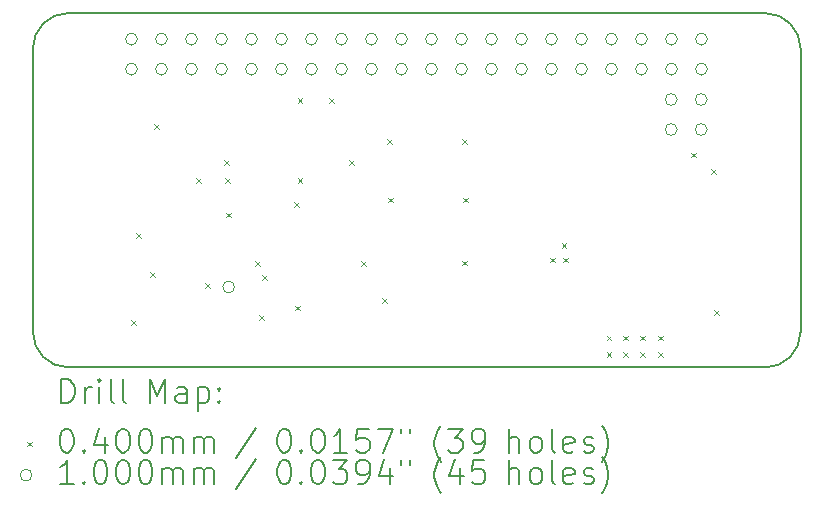
<source format=gbr>
%TF.GenerationSoftware,KiCad,Pcbnew,(7.0.0)*%
%TF.CreationDate,2023-08-14T16:39:57+01:00*%
%TF.ProjectId,DevKit2022-Kicad7,4465764b-6974-4323-9032-322d4b696361,v1.0*%
%TF.SameCoordinates,Original*%
%TF.FileFunction,Drillmap*%
%TF.FilePolarity,Positive*%
%FSLAX45Y45*%
G04 Gerber Fmt 4.5, Leading zero omitted, Abs format (unit mm)*
G04 Created by KiCad (PCBNEW (7.0.0)) date 2023-08-14 16:39:57*
%MOMM*%
%LPD*%
G01*
G04 APERTURE LIST*
%ADD10C,0.150000*%
%ADD11C,0.200000*%
%ADD12C,0.040000*%
%ADD13C,0.100000*%
G04 APERTURE END LIST*
D10*
X20844000Y-10448200D02*
G75*
G03*
X20544000Y-10148200I-300000J0D01*
G01*
X14344000Y-12848200D02*
G75*
G03*
X14644000Y-13148200I300000J0D01*
G01*
X14644000Y-10148200D02*
G75*
G03*
X14344000Y-10448200I0J-300000D01*
G01*
X14344000Y-12848200D02*
X14344000Y-10448200D01*
X14644000Y-10148200D02*
X20544000Y-10148200D01*
X20844000Y-10448200D02*
X20844000Y-12848200D01*
X20544000Y-13148200D02*
G75*
G03*
X20844000Y-12848200I0J300000D01*
G01*
X20494000Y-13148200D02*
X20544000Y-13148200D01*
X14694000Y-13148200D02*
X20494000Y-13148200D01*
X14694000Y-13148200D02*
X14644000Y-13148200D01*
D11*
D12*
X15175650Y-12745150D02*
X15215650Y-12785150D01*
X15215650Y-12745150D02*
X15175650Y-12785150D01*
X15220100Y-12008550D02*
X15260100Y-12048550D01*
X15260100Y-12008550D02*
X15220100Y-12048550D01*
X15334400Y-12338750D02*
X15374400Y-12378750D01*
X15374400Y-12338750D02*
X15334400Y-12378750D01*
X15372500Y-11087800D02*
X15412500Y-11127800D01*
X15412500Y-11087800D02*
X15372500Y-11127800D01*
X15728100Y-11545000D02*
X15768100Y-11585000D01*
X15768100Y-11545000D02*
X15728100Y-11585000D01*
X15804300Y-12434000D02*
X15844300Y-12474000D01*
X15844300Y-12434000D02*
X15804300Y-12474000D01*
X15963050Y-11392600D02*
X16003050Y-11432600D01*
X16003050Y-11392600D02*
X15963050Y-11432600D01*
X15969400Y-11545000D02*
X16009400Y-11585000D01*
X16009400Y-11545000D02*
X15969400Y-11585000D01*
X15982100Y-11837100D02*
X16022100Y-11877100D01*
X16022100Y-11837100D02*
X15982100Y-11877100D01*
X16223400Y-12249850D02*
X16263400Y-12289850D01*
X16263400Y-12249850D02*
X16223400Y-12289850D01*
X16261500Y-12707050D02*
X16301500Y-12747050D01*
X16301500Y-12707050D02*
X16261500Y-12747050D01*
X16286900Y-12364150D02*
X16326900Y-12404150D01*
X16326900Y-12364150D02*
X16286900Y-12404150D01*
X16553600Y-11748200D02*
X16593600Y-11788200D01*
X16593600Y-11748200D02*
X16553600Y-11788200D01*
X16566300Y-12624500D02*
X16606300Y-12664500D01*
X16606300Y-12624500D02*
X16566300Y-12664500D01*
X16584841Y-10866059D02*
X16624841Y-10906059D01*
X16624841Y-10866059D02*
X16584841Y-10906059D01*
X16584841Y-11545000D02*
X16624841Y-11585000D01*
X16624841Y-11545000D02*
X16584841Y-11585000D01*
X16852559Y-10866059D02*
X16892559Y-10906059D01*
X16892559Y-10866059D02*
X16852559Y-10906059D01*
X17023500Y-11392600D02*
X17063500Y-11432600D01*
X17063500Y-11392600D02*
X17023500Y-11432600D01*
X17125100Y-12249850D02*
X17165100Y-12289850D01*
X17165100Y-12249850D02*
X17125100Y-12289850D01*
X17302900Y-12561000D02*
X17342900Y-12601000D01*
X17342900Y-12561000D02*
X17302900Y-12601000D01*
X17341000Y-11214800D02*
X17381000Y-11254800D01*
X17381000Y-11214800D02*
X17341000Y-11254800D01*
X17353700Y-11710100D02*
X17393700Y-11750100D01*
X17393700Y-11710100D02*
X17353700Y-11750100D01*
X17976000Y-11214800D02*
X18016000Y-11254800D01*
X18016000Y-11214800D02*
X17976000Y-11254800D01*
X17976000Y-12243500D02*
X18016000Y-12283500D01*
X18016000Y-12243500D02*
X17976000Y-12283500D01*
X17988700Y-11710100D02*
X18028700Y-11750100D01*
X18028700Y-11710100D02*
X17988700Y-11750100D01*
X18725300Y-12218100D02*
X18765300Y-12258100D01*
X18765300Y-12218100D02*
X18725300Y-12258100D01*
X18820550Y-12097450D02*
X18860550Y-12137450D01*
X18860550Y-12097450D02*
X18820550Y-12137450D01*
X18833250Y-12218100D02*
X18873250Y-12258100D01*
X18873250Y-12218100D02*
X18833250Y-12258100D01*
X19201550Y-12878500D02*
X19241550Y-12918500D01*
X19241550Y-12878500D02*
X19201550Y-12918500D01*
X19201550Y-13018200D02*
X19241550Y-13058200D01*
X19241550Y-13018200D02*
X19201550Y-13058200D01*
X19341250Y-12878500D02*
X19381250Y-12918500D01*
X19381250Y-12878500D02*
X19341250Y-12918500D01*
X19341250Y-13018200D02*
X19381250Y-13058200D01*
X19381250Y-13018200D02*
X19341250Y-13058200D01*
X19487300Y-12878500D02*
X19527300Y-12918500D01*
X19527300Y-12878500D02*
X19487300Y-12918500D01*
X19487300Y-13018200D02*
X19527300Y-13058200D01*
X19527300Y-13018200D02*
X19487300Y-13058200D01*
X19639700Y-12878500D02*
X19679700Y-12918500D01*
X19679700Y-12878500D02*
X19639700Y-12918500D01*
X19639700Y-13018200D02*
X19679700Y-13058200D01*
X19679700Y-13018200D02*
X19639700Y-13058200D01*
X19919100Y-11329100D02*
X19959100Y-11369100D01*
X19959100Y-11329100D02*
X19919100Y-11369100D01*
X20084200Y-11468800D02*
X20124200Y-11508800D01*
X20124200Y-11468800D02*
X20084200Y-11508800D01*
X20109600Y-12662600D02*
X20149600Y-12702600D01*
X20149600Y-12662600D02*
X20109600Y-12702600D01*
D13*
X15229140Y-10368660D02*
G75*
G03*
X15229140Y-10368660I-50000J0D01*
G01*
X15229140Y-10622660D02*
G75*
G03*
X15229140Y-10622660I-50000J0D01*
G01*
X15483140Y-10368660D02*
G75*
G03*
X15483140Y-10368660I-50000J0D01*
G01*
X15483140Y-10622660D02*
G75*
G03*
X15483140Y-10622660I-50000J0D01*
G01*
X15737140Y-10368660D02*
G75*
G03*
X15737140Y-10368660I-50000J0D01*
G01*
X15737140Y-10622660D02*
G75*
G03*
X15737140Y-10622660I-50000J0D01*
G01*
X15991140Y-10368660D02*
G75*
G03*
X15991140Y-10368660I-50000J0D01*
G01*
X15991140Y-10622660D02*
G75*
G03*
X15991140Y-10622660I-50000J0D01*
G01*
X16052100Y-12466700D02*
G75*
G03*
X16052100Y-12466700I-50000J0D01*
G01*
X16245140Y-10368660D02*
G75*
G03*
X16245140Y-10368660I-50000J0D01*
G01*
X16245140Y-10622660D02*
G75*
G03*
X16245140Y-10622660I-50000J0D01*
G01*
X16499140Y-10368660D02*
G75*
G03*
X16499140Y-10368660I-50000J0D01*
G01*
X16499140Y-10622660D02*
G75*
G03*
X16499140Y-10622660I-50000J0D01*
G01*
X16753140Y-10368660D02*
G75*
G03*
X16753140Y-10368660I-50000J0D01*
G01*
X16753140Y-10622660D02*
G75*
G03*
X16753140Y-10622660I-50000J0D01*
G01*
X17007140Y-10368660D02*
G75*
G03*
X17007140Y-10368660I-50000J0D01*
G01*
X17007140Y-10622660D02*
G75*
G03*
X17007140Y-10622660I-50000J0D01*
G01*
X17261140Y-10368660D02*
G75*
G03*
X17261140Y-10368660I-50000J0D01*
G01*
X17261140Y-10622660D02*
G75*
G03*
X17261140Y-10622660I-50000J0D01*
G01*
X17515140Y-10368660D02*
G75*
G03*
X17515140Y-10368660I-50000J0D01*
G01*
X17515140Y-10622660D02*
G75*
G03*
X17515140Y-10622660I-50000J0D01*
G01*
X17769140Y-10368660D02*
G75*
G03*
X17769140Y-10368660I-50000J0D01*
G01*
X17769140Y-10622660D02*
G75*
G03*
X17769140Y-10622660I-50000J0D01*
G01*
X18023140Y-10368660D02*
G75*
G03*
X18023140Y-10368660I-50000J0D01*
G01*
X18023140Y-10622660D02*
G75*
G03*
X18023140Y-10622660I-50000J0D01*
G01*
X18277140Y-10368660D02*
G75*
G03*
X18277140Y-10368660I-50000J0D01*
G01*
X18277140Y-10622660D02*
G75*
G03*
X18277140Y-10622660I-50000J0D01*
G01*
X18531140Y-10368660D02*
G75*
G03*
X18531140Y-10368660I-50000J0D01*
G01*
X18531140Y-10622660D02*
G75*
G03*
X18531140Y-10622660I-50000J0D01*
G01*
X18785140Y-10368660D02*
G75*
G03*
X18785140Y-10368660I-50000J0D01*
G01*
X18785140Y-10622660D02*
G75*
G03*
X18785140Y-10622660I-50000J0D01*
G01*
X19039140Y-10368660D02*
G75*
G03*
X19039140Y-10368660I-50000J0D01*
G01*
X19039140Y-10622660D02*
G75*
G03*
X19039140Y-10622660I-50000J0D01*
G01*
X19293140Y-10368660D02*
G75*
G03*
X19293140Y-10368660I-50000J0D01*
G01*
X19293140Y-10622660D02*
G75*
G03*
X19293140Y-10622660I-50000J0D01*
G01*
X19547140Y-10368660D02*
G75*
G03*
X19547140Y-10368660I-50000J0D01*
G01*
X19547140Y-10622660D02*
G75*
G03*
X19547140Y-10622660I-50000J0D01*
G01*
X19798600Y-10879200D02*
G75*
G03*
X19798600Y-10879200I-50000J0D01*
G01*
X19798600Y-11133200D02*
G75*
G03*
X19798600Y-11133200I-50000J0D01*
G01*
X19801140Y-10368660D02*
G75*
G03*
X19801140Y-10368660I-50000J0D01*
G01*
X19801140Y-10622660D02*
G75*
G03*
X19801140Y-10622660I-50000J0D01*
G01*
X20052600Y-10879200D02*
G75*
G03*
X20052600Y-10879200I-50000J0D01*
G01*
X20052600Y-11133200D02*
G75*
G03*
X20052600Y-11133200I-50000J0D01*
G01*
X20055140Y-10368660D02*
G75*
G03*
X20055140Y-10368660I-50000J0D01*
G01*
X20055140Y-10622660D02*
G75*
G03*
X20055140Y-10622660I-50000J0D01*
G01*
D11*
X14584119Y-13449176D02*
X14584119Y-13249176D01*
X14584119Y-13249176D02*
X14631738Y-13249176D01*
X14631738Y-13249176D02*
X14660309Y-13258700D01*
X14660309Y-13258700D02*
X14679357Y-13277748D01*
X14679357Y-13277748D02*
X14688881Y-13296795D01*
X14688881Y-13296795D02*
X14698405Y-13334890D01*
X14698405Y-13334890D02*
X14698405Y-13363462D01*
X14698405Y-13363462D02*
X14688881Y-13401557D01*
X14688881Y-13401557D02*
X14679357Y-13420605D01*
X14679357Y-13420605D02*
X14660309Y-13439652D01*
X14660309Y-13439652D02*
X14631738Y-13449176D01*
X14631738Y-13449176D02*
X14584119Y-13449176D01*
X14784119Y-13449176D02*
X14784119Y-13315843D01*
X14784119Y-13353938D02*
X14793643Y-13334890D01*
X14793643Y-13334890D02*
X14803167Y-13325367D01*
X14803167Y-13325367D02*
X14822214Y-13315843D01*
X14822214Y-13315843D02*
X14841262Y-13315843D01*
X14907928Y-13449176D02*
X14907928Y-13315843D01*
X14907928Y-13249176D02*
X14898405Y-13258700D01*
X14898405Y-13258700D02*
X14907928Y-13268224D01*
X14907928Y-13268224D02*
X14917452Y-13258700D01*
X14917452Y-13258700D02*
X14907928Y-13249176D01*
X14907928Y-13249176D02*
X14907928Y-13268224D01*
X15031738Y-13449176D02*
X15012690Y-13439652D01*
X15012690Y-13439652D02*
X15003167Y-13420605D01*
X15003167Y-13420605D02*
X15003167Y-13249176D01*
X15136500Y-13449176D02*
X15117452Y-13439652D01*
X15117452Y-13439652D02*
X15107928Y-13420605D01*
X15107928Y-13420605D02*
X15107928Y-13249176D01*
X15332690Y-13449176D02*
X15332690Y-13249176D01*
X15332690Y-13249176D02*
X15399357Y-13392033D01*
X15399357Y-13392033D02*
X15466024Y-13249176D01*
X15466024Y-13249176D02*
X15466024Y-13449176D01*
X15646976Y-13449176D02*
X15646976Y-13344414D01*
X15646976Y-13344414D02*
X15637452Y-13325367D01*
X15637452Y-13325367D02*
X15618405Y-13315843D01*
X15618405Y-13315843D02*
X15580309Y-13315843D01*
X15580309Y-13315843D02*
X15561262Y-13325367D01*
X15646976Y-13439652D02*
X15627928Y-13449176D01*
X15627928Y-13449176D02*
X15580309Y-13449176D01*
X15580309Y-13449176D02*
X15561262Y-13439652D01*
X15561262Y-13439652D02*
X15551738Y-13420605D01*
X15551738Y-13420605D02*
X15551738Y-13401557D01*
X15551738Y-13401557D02*
X15561262Y-13382509D01*
X15561262Y-13382509D02*
X15580309Y-13372986D01*
X15580309Y-13372986D02*
X15627928Y-13372986D01*
X15627928Y-13372986D02*
X15646976Y-13363462D01*
X15742214Y-13315843D02*
X15742214Y-13515843D01*
X15742214Y-13325367D02*
X15761262Y-13315843D01*
X15761262Y-13315843D02*
X15799357Y-13315843D01*
X15799357Y-13315843D02*
X15818405Y-13325367D01*
X15818405Y-13325367D02*
X15827928Y-13334890D01*
X15827928Y-13334890D02*
X15837452Y-13353938D01*
X15837452Y-13353938D02*
X15837452Y-13411081D01*
X15837452Y-13411081D02*
X15827928Y-13430128D01*
X15827928Y-13430128D02*
X15818405Y-13439652D01*
X15818405Y-13439652D02*
X15799357Y-13449176D01*
X15799357Y-13449176D02*
X15761262Y-13449176D01*
X15761262Y-13449176D02*
X15742214Y-13439652D01*
X15923167Y-13430128D02*
X15932690Y-13439652D01*
X15932690Y-13439652D02*
X15923167Y-13449176D01*
X15923167Y-13449176D02*
X15913643Y-13439652D01*
X15913643Y-13439652D02*
X15923167Y-13430128D01*
X15923167Y-13430128D02*
X15923167Y-13449176D01*
X15923167Y-13325367D02*
X15932690Y-13334890D01*
X15932690Y-13334890D02*
X15923167Y-13344414D01*
X15923167Y-13344414D02*
X15913643Y-13334890D01*
X15913643Y-13334890D02*
X15923167Y-13325367D01*
X15923167Y-13325367D02*
X15923167Y-13344414D01*
D12*
X14296500Y-13775700D02*
X14336500Y-13815700D01*
X14336500Y-13775700D02*
X14296500Y-13815700D01*
D11*
X14622214Y-13669176D02*
X14641262Y-13669176D01*
X14641262Y-13669176D02*
X14660309Y-13678700D01*
X14660309Y-13678700D02*
X14669833Y-13688224D01*
X14669833Y-13688224D02*
X14679357Y-13707271D01*
X14679357Y-13707271D02*
X14688881Y-13745367D01*
X14688881Y-13745367D02*
X14688881Y-13792986D01*
X14688881Y-13792986D02*
X14679357Y-13831081D01*
X14679357Y-13831081D02*
X14669833Y-13850128D01*
X14669833Y-13850128D02*
X14660309Y-13859652D01*
X14660309Y-13859652D02*
X14641262Y-13869176D01*
X14641262Y-13869176D02*
X14622214Y-13869176D01*
X14622214Y-13869176D02*
X14603167Y-13859652D01*
X14603167Y-13859652D02*
X14593643Y-13850128D01*
X14593643Y-13850128D02*
X14584119Y-13831081D01*
X14584119Y-13831081D02*
X14574595Y-13792986D01*
X14574595Y-13792986D02*
X14574595Y-13745367D01*
X14574595Y-13745367D02*
X14584119Y-13707271D01*
X14584119Y-13707271D02*
X14593643Y-13688224D01*
X14593643Y-13688224D02*
X14603167Y-13678700D01*
X14603167Y-13678700D02*
X14622214Y-13669176D01*
X14774595Y-13850128D02*
X14784119Y-13859652D01*
X14784119Y-13859652D02*
X14774595Y-13869176D01*
X14774595Y-13869176D02*
X14765071Y-13859652D01*
X14765071Y-13859652D02*
X14774595Y-13850128D01*
X14774595Y-13850128D02*
X14774595Y-13869176D01*
X14955548Y-13735843D02*
X14955548Y-13869176D01*
X14907928Y-13659652D02*
X14860309Y-13802509D01*
X14860309Y-13802509D02*
X14984119Y-13802509D01*
X15098405Y-13669176D02*
X15117452Y-13669176D01*
X15117452Y-13669176D02*
X15136500Y-13678700D01*
X15136500Y-13678700D02*
X15146024Y-13688224D01*
X15146024Y-13688224D02*
X15155548Y-13707271D01*
X15155548Y-13707271D02*
X15165071Y-13745367D01*
X15165071Y-13745367D02*
X15165071Y-13792986D01*
X15165071Y-13792986D02*
X15155548Y-13831081D01*
X15155548Y-13831081D02*
X15146024Y-13850128D01*
X15146024Y-13850128D02*
X15136500Y-13859652D01*
X15136500Y-13859652D02*
X15117452Y-13869176D01*
X15117452Y-13869176D02*
X15098405Y-13869176D01*
X15098405Y-13869176D02*
X15079357Y-13859652D01*
X15079357Y-13859652D02*
X15069833Y-13850128D01*
X15069833Y-13850128D02*
X15060309Y-13831081D01*
X15060309Y-13831081D02*
X15050786Y-13792986D01*
X15050786Y-13792986D02*
X15050786Y-13745367D01*
X15050786Y-13745367D02*
X15060309Y-13707271D01*
X15060309Y-13707271D02*
X15069833Y-13688224D01*
X15069833Y-13688224D02*
X15079357Y-13678700D01*
X15079357Y-13678700D02*
X15098405Y-13669176D01*
X15288881Y-13669176D02*
X15307929Y-13669176D01*
X15307929Y-13669176D02*
X15326976Y-13678700D01*
X15326976Y-13678700D02*
X15336500Y-13688224D01*
X15336500Y-13688224D02*
X15346024Y-13707271D01*
X15346024Y-13707271D02*
X15355548Y-13745367D01*
X15355548Y-13745367D02*
X15355548Y-13792986D01*
X15355548Y-13792986D02*
X15346024Y-13831081D01*
X15346024Y-13831081D02*
X15336500Y-13850128D01*
X15336500Y-13850128D02*
X15326976Y-13859652D01*
X15326976Y-13859652D02*
X15307929Y-13869176D01*
X15307929Y-13869176D02*
X15288881Y-13869176D01*
X15288881Y-13869176D02*
X15269833Y-13859652D01*
X15269833Y-13859652D02*
X15260309Y-13850128D01*
X15260309Y-13850128D02*
X15250786Y-13831081D01*
X15250786Y-13831081D02*
X15241262Y-13792986D01*
X15241262Y-13792986D02*
X15241262Y-13745367D01*
X15241262Y-13745367D02*
X15250786Y-13707271D01*
X15250786Y-13707271D02*
X15260309Y-13688224D01*
X15260309Y-13688224D02*
X15269833Y-13678700D01*
X15269833Y-13678700D02*
X15288881Y-13669176D01*
X15441262Y-13869176D02*
X15441262Y-13735843D01*
X15441262Y-13754890D02*
X15450786Y-13745367D01*
X15450786Y-13745367D02*
X15469833Y-13735843D01*
X15469833Y-13735843D02*
X15498405Y-13735843D01*
X15498405Y-13735843D02*
X15517452Y-13745367D01*
X15517452Y-13745367D02*
X15526976Y-13764414D01*
X15526976Y-13764414D02*
X15526976Y-13869176D01*
X15526976Y-13764414D02*
X15536500Y-13745367D01*
X15536500Y-13745367D02*
X15555548Y-13735843D01*
X15555548Y-13735843D02*
X15584119Y-13735843D01*
X15584119Y-13735843D02*
X15603167Y-13745367D01*
X15603167Y-13745367D02*
X15612690Y-13764414D01*
X15612690Y-13764414D02*
X15612690Y-13869176D01*
X15707929Y-13869176D02*
X15707929Y-13735843D01*
X15707929Y-13754890D02*
X15717452Y-13745367D01*
X15717452Y-13745367D02*
X15736500Y-13735843D01*
X15736500Y-13735843D02*
X15765071Y-13735843D01*
X15765071Y-13735843D02*
X15784119Y-13745367D01*
X15784119Y-13745367D02*
X15793643Y-13764414D01*
X15793643Y-13764414D02*
X15793643Y-13869176D01*
X15793643Y-13764414D02*
X15803167Y-13745367D01*
X15803167Y-13745367D02*
X15822214Y-13735843D01*
X15822214Y-13735843D02*
X15850786Y-13735843D01*
X15850786Y-13735843D02*
X15869833Y-13745367D01*
X15869833Y-13745367D02*
X15879357Y-13764414D01*
X15879357Y-13764414D02*
X15879357Y-13869176D01*
X16237452Y-13659652D02*
X16066024Y-13916795D01*
X16462214Y-13669176D02*
X16481262Y-13669176D01*
X16481262Y-13669176D02*
X16500310Y-13678700D01*
X16500310Y-13678700D02*
X16509833Y-13688224D01*
X16509833Y-13688224D02*
X16519357Y-13707271D01*
X16519357Y-13707271D02*
X16528881Y-13745367D01*
X16528881Y-13745367D02*
X16528881Y-13792986D01*
X16528881Y-13792986D02*
X16519357Y-13831081D01*
X16519357Y-13831081D02*
X16509833Y-13850128D01*
X16509833Y-13850128D02*
X16500310Y-13859652D01*
X16500310Y-13859652D02*
X16481262Y-13869176D01*
X16481262Y-13869176D02*
X16462214Y-13869176D01*
X16462214Y-13869176D02*
X16443167Y-13859652D01*
X16443167Y-13859652D02*
X16433643Y-13850128D01*
X16433643Y-13850128D02*
X16424119Y-13831081D01*
X16424119Y-13831081D02*
X16414595Y-13792986D01*
X16414595Y-13792986D02*
X16414595Y-13745367D01*
X16414595Y-13745367D02*
X16424119Y-13707271D01*
X16424119Y-13707271D02*
X16433643Y-13688224D01*
X16433643Y-13688224D02*
X16443167Y-13678700D01*
X16443167Y-13678700D02*
X16462214Y-13669176D01*
X16614595Y-13850128D02*
X16624119Y-13859652D01*
X16624119Y-13859652D02*
X16614595Y-13869176D01*
X16614595Y-13869176D02*
X16605071Y-13859652D01*
X16605071Y-13859652D02*
X16614595Y-13850128D01*
X16614595Y-13850128D02*
X16614595Y-13869176D01*
X16747929Y-13669176D02*
X16766976Y-13669176D01*
X16766976Y-13669176D02*
X16786024Y-13678700D01*
X16786024Y-13678700D02*
X16795548Y-13688224D01*
X16795548Y-13688224D02*
X16805072Y-13707271D01*
X16805072Y-13707271D02*
X16814595Y-13745367D01*
X16814595Y-13745367D02*
X16814595Y-13792986D01*
X16814595Y-13792986D02*
X16805072Y-13831081D01*
X16805072Y-13831081D02*
X16795548Y-13850128D01*
X16795548Y-13850128D02*
X16786024Y-13859652D01*
X16786024Y-13859652D02*
X16766976Y-13869176D01*
X16766976Y-13869176D02*
X16747929Y-13869176D01*
X16747929Y-13869176D02*
X16728881Y-13859652D01*
X16728881Y-13859652D02*
X16719357Y-13850128D01*
X16719357Y-13850128D02*
X16709833Y-13831081D01*
X16709833Y-13831081D02*
X16700310Y-13792986D01*
X16700310Y-13792986D02*
X16700310Y-13745367D01*
X16700310Y-13745367D02*
X16709833Y-13707271D01*
X16709833Y-13707271D02*
X16719357Y-13688224D01*
X16719357Y-13688224D02*
X16728881Y-13678700D01*
X16728881Y-13678700D02*
X16747929Y-13669176D01*
X17005072Y-13869176D02*
X16890786Y-13869176D01*
X16947929Y-13869176D02*
X16947929Y-13669176D01*
X16947929Y-13669176D02*
X16928881Y-13697748D01*
X16928881Y-13697748D02*
X16909833Y-13716795D01*
X16909833Y-13716795D02*
X16890786Y-13726319D01*
X17186024Y-13669176D02*
X17090786Y-13669176D01*
X17090786Y-13669176D02*
X17081262Y-13764414D01*
X17081262Y-13764414D02*
X17090786Y-13754890D01*
X17090786Y-13754890D02*
X17109833Y-13745367D01*
X17109833Y-13745367D02*
X17157453Y-13745367D01*
X17157453Y-13745367D02*
X17176500Y-13754890D01*
X17176500Y-13754890D02*
X17186024Y-13764414D01*
X17186024Y-13764414D02*
X17195548Y-13783462D01*
X17195548Y-13783462D02*
X17195548Y-13831081D01*
X17195548Y-13831081D02*
X17186024Y-13850128D01*
X17186024Y-13850128D02*
X17176500Y-13859652D01*
X17176500Y-13859652D02*
X17157453Y-13869176D01*
X17157453Y-13869176D02*
X17109833Y-13869176D01*
X17109833Y-13869176D02*
X17090786Y-13859652D01*
X17090786Y-13859652D02*
X17081262Y-13850128D01*
X17262214Y-13669176D02*
X17395548Y-13669176D01*
X17395548Y-13669176D02*
X17309833Y-13869176D01*
X17462214Y-13669176D02*
X17462214Y-13707271D01*
X17538405Y-13669176D02*
X17538405Y-13707271D01*
X17801262Y-13945367D02*
X17791738Y-13935843D01*
X17791738Y-13935843D02*
X17772691Y-13907271D01*
X17772691Y-13907271D02*
X17763167Y-13888224D01*
X17763167Y-13888224D02*
X17753643Y-13859652D01*
X17753643Y-13859652D02*
X17744119Y-13812033D01*
X17744119Y-13812033D02*
X17744119Y-13773938D01*
X17744119Y-13773938D02*
X17753643Y-13726319D01*
X17753643Y-13726319D02*
X17763167Y-13697748D01*
X17763167Y-13697748D02*
X17772691Y-13678700D01*
X17772691Y-13678700D02*
X17791738Y-13650128D01*
X17791738Y-13650128D02*
X17801262Y-13640605D01*
X17858405Y-13669176D02*
X17982214Y-13669176D01*
X17982214Y-13669176D02*
X17915548Y-13745367D01*
X17915548Y-13745367D02*
X17944119Y-13745367D01*
X17944119Y-13745367D02*
X17963167Y-13754890D01*
X17963167Y-13754890D02*
X17972691Y-13764414D01*
X17972691Y-13764414D02*
X17982214Y-13783462D01*
X17982214Y-13783462D02*
X17982214Y-13831081D01*
X17982214Y-13831081D02*
X17972691Y-13850128D01*
X17972691Y-13850128D02*
X17963167Y-13859652D01*
X17963167Y-13859652D02*
X17944119Y-13869176D01*
X17944119Y-13869176D02*
X17886976Y-13869176D01*
X17886976Y-13869176D02*
X17867929Y-13859652D01*
X17867929Y-13859652D02*
X17858405Y-13850128D01*
X18077453Y-13869176D02*
X18115548Y-13869176D01*
X18115548Y-13869176D02*
X18134595Y-13859652D01*
X18134595Y-13859652D02*
X18144119Y-13850128D01*
X18144119Y-13850128D02*
X18163167Y-13821557D01*
X18163167Y-13821557D02*
X18172691Y-13783462D01*
X18172691Y-13783462D02*
X18172691Y-13707271D01*
X18172691Y-13707271D02*
X18163167Y-13688224D01*
X18163167Y-13688224D02*
X18153643Y-13678700D01*
X18153643Y-13678700D02*
X18134595Y-13669176D01*
X18134595Y-13669176D02*
X18096500Y-13669176D01*
X18096500Y-13669176D02*
X18077453Y-13678700D01*
X18077453Y-13678700D02*
X18067929Y-13688224D01*
X18067929Y-13688224D02*
X18058405Y-13707271D01*
X18058405Y-13707271D02*
X18058405Y-13754890D01*
X18058405Y-13754890D02*
X18067929Y-13773938D01*
X18067929Y-13773938D02*
X18077453Y-13783462D01*
X18077453Y-13783462D02*
X18096500Y-13792986D01*
X18096500Y-13792986D02*
X18134595Y-13792986D01*
X18134595Y-13792986D02*
X18153643Y-13783462D01*
X18153643Y-13783462D02*
X18163167Y-13773938D01*
X18163167Y-13773938D02*
X18172691Y-13754890D01*
X18378405Y-13869176D02*
X18378405Y-13669176D01*
X18464119Y-13869176D02*
X18464119Y-13764414D01*
X18464119Y-13764414D02*
X18454595Y-13745367D01*
X18454595Y-13745367D02*
X18435548Y-13735843D01*
X18435548Y-13735843D02*
X18406976Y-13735843D01*
X18406976Y-13735843D02*
X18387929Y-13745367D01*
X18387929Y-13745367D02*
X18378405Y-13754890D01*
X18587929Y-13869176D02*
X18568881Y-13859652D01*
X18568881Y-13859652D02*
X18559357Y-13850128D01*
X18559357Y-13850128D02*
X18549834Y-13831081D01*
X18549834Y-13831081D02*
X18549834Y-13773938D01*
X18549834Y-13773938D02*
X18559357Y-13754890D01*
X18559357Y-13754890D02*
X18568881Y-13745367D01*
X18568881Y-13745367D02*
X18587929Y-13735843D01*
X18587929Y-13735843D02*
X18616500Y-13735843D01*
X18616500Y-13735843D02*
X18635548Y-13745367D01*
X18635548Y-13745367D02*
X18645072Y-13754890D01*
X18645072Y-13754890D02*
X18654595Y-13773938D01*
X18654595Y-13773938D02*
X18654595Y-13831081D01*
X18654595Y-13831081D02*
X18645072Y-13850128D01*
X18645072Y-13850128D02*
X18635548Y-13859652D01*
X18635548Y-13859652D02*
X18616500Y-13869176D01*
X18616500Y-13869176D02*
X18587929Y-13869176D01*
X18768881Y-13869176D02*
X18749834Y-13859652D01*
X18749834Y-13859652D02*
X18740310Y-13840605D01*
X18740310Y-13840605D02*
X18740310Y-13669176D01*
X18921262Y-13859652D02*
X18902215Y-13869176D01*
X18902215Y-13869176D02*
X18864119Y-13869176D01*
X18864119Y-13869176D02*
X18845072Y-13859652D01*
X18845072Y-13859652D02*
X18835548Y-13840605D01*
X18835548Y-13840605D02*
X18835548Y-13764414D01*
X18835548Y-13764414D02*
X18845072Y-13745367D01*
X18845072Y-13745367D02*
X18864119Y-13735843D01*
X18864119Y-13735843D02*
X18902215Y-13735843D01*
X18902215Y-13735843D02*
X18921262Y-13745367D01*
X18921262Y-13745367D02*
X18930786Y-13764414D01*
X18930786Y-13764414D02*
X18930786Y-13783462D01*
X18930786Y-13783462D02*
X18835548Y-13802509D01*
X19006976Y-13859652D02*
X19026024Y-13869176D01*
X19026024Y-13869176D02*
X19064119Y-13869176D01*
X19064119Y-13869176D02*
X19083167Y-13859652D01*
X19083167Y-13859652D02*
X19092691Y-13840605D01*
X19092691Y-13840605D02*
X19092691Y-13831081D01*
X19092691Y-13831081D02*
X19083167Y-13812033D01*
X19083167Y-13812033D02*
X19064119Y-13802509D01*
X19064119Y-13802509D02*
X19035548Y-13802509D01*
X19035548Y-13802509D02*
X19016500Y-13792986D01*
X19016500Y-13792986D02*
X19006976Y-13773938D01*
X19006976Y-13773938D02*
X19006976Y-13764414D01*
X19006976Y-13764414D02*
X19016500Y-13745367D01*
X19016500Y-13745367D02*
X19035548Y-13735843D01*
X19035548Y-13735843D02*
X19064119Y-13735843D01*
X19064119Y-13735843D02*
X19083167Y-13745367D01*
X19159357Y-13945367D02*
X19168881Y-13935843D01*
X19168881Y-13935843D02*
X19187929Y-13907271D01*
X19187929Y-13907271D02*
X19197453Y-13888224D01*
X19197453Y-13888224D02*
X19206976Y-13859652D01*
X19206976Y-13859652D02*
X19216500Y-13812033D01*
X19216500Y-13812033D02*
X19216500Y-13773938D01*
X19216500Y-13773938D02*
X19206976Y-13726319D01*
X19206976Y-13726319D02*
X19197453Y-13697748D01*
X19197453Y-13697748D02*
X19187929Y-13678700D01*
X19187929Y-13678700D02*
X19168881Y-13650128D01*
X19168881Y-13650128D02*
X19159357Y-13640605D01*
D13*
X14336500Y-14059700D02*
G75*
G03*
X14336500Y-14059700I-50000J0D01*
G01*
D11*
X14688881Y-14133176D02*
X14574595Y-14133176D01*
X14631738Y-14133176D02*
X14631738Y-13933176D01*
X14631738Y-13933176D02*
X14612690Y-13961748D01*
X14612690Y-13961748D02*
X14593643Y-13980795D01*
X14593643Y-13980795D02*
X14574595Y-13990319D01*
X14774595Y-14114128D02*
X14784119Y-14123652D01*
X14784119Y-14123652D02*
X14774595Y-14133176D01*
X14774595Y-14133176D02*
X14765071Y-14123652D01*
X14765071Y-14123652D02*
X14774595Y-14114128D01*
X14774595Y-14114128D02*
X14774595Y-14133176D01*
X14907928Y-13933176D02*
X14926976Y-13933176D01*
X14926976Y-13933176D02*
X14946024Y-13942700D01*
X14946024Y-13942700D02*
X14955548Y-13952224D01*
X14955548Y-13952224D02*
X14965071Y-13971271D01*
X14965071Y-13971271D02*
X14974595Y-14009367D01*
X14974595Y-14009367D02*
X14974595Y-14056986D01*
X14974595Y-14056986D02*
X14965071Y-14095081D01*
X14965071Y-14095081D02*
X14955548Y-14114128D01*
X14955548Y-14114128D02*
X14946024Y-14123652D01*
X14946024Y-14123652D02*
X14926976Y-14133176D01*
X14926976Y-14133176D02*
X14907928Y-14133176D01*
X14907928Y-14133176D02*
X14888881Y-14123652D01*
X14888881Y-14123652D02*
X14879357Y-14114128D01*
X14879357Y-14114128D02*
X14869833Y-14095081D01*
X14869833Y-14095081D02*
X14860309Y-14056986D01*
X14860309Y-14056986D02*
X14860309Y-14009367D01*
X14860309Y-14009367D02*
X14869833Y-13971271D01*
X14869833Y-13971271D02*
X14879357Y-13952224D01*
X14879357Y-13952224D02*
X14888881Y-13942700D01*
X14888881Y-13942700D02*
X14907928Y-13933176D01*
X15098405Y-13933176D02*
X15117452Y-13933176D01*
X15117452Y-13933176D02*
X15136500Y-13942700D01*
X15136500Y-13942700D02*
X15146024Y-13952224D01*
X15146024Y-13952224D02*
X15155548Y-13971271D01*
X15155548Y-13971271D02*
X15165071Y-14009367D01*
X15165071Y-14009367D02*
X15165071Y-14056986D01*
X15165071Y-14056986D02*
X15155548Y-14095081D01*
X15155548Y-14095081D02*
X15146024Y-14114128D01*
X15146024Y-14114128D02*
X15136500Y-14123652D01*
X15136500Y-14123652D02*
X15117452Y-14133176D01*
X15117452Y-14133176D02*
X15098405Y-14133176D01*
X15098405Y-14133176D02*
X15079357Y-14123652D01*
X15079357Y-14123652D02*
X15069833Y-14114128D01*
X15069833Y-14114128D02*
X15060309Y-14095081D01*
X15060309Y-14095081D02*
X15050786Y-14056986D01*
X15050786Y-14056986D02*
X15050786Y-14009367D01*
X15050786Y-14009367D02*
X15060309Y-13971271D01*
X15060309Y-13971271D02*
X15069833Y-13952224D01*
X15069833Y-13952224D02*
X15079357Y-13942700D01*
X15079357Y-13942700D02*
X15098405Y-13933176D01*
X15288881Y-13933176D02*
X15307929Y-13933176D01*
X15307929Y-13933176D02*
X15326976Y-13942700D01*
X15326976Y-13942700D02*
X15336500Y-13952224D01*
X15336500Y-13952224D02*
X15346024Y-13971271D01*
X15346024Y-13971271D02*
X15355548Y-14009367D01*
X15355548Y-14009367D02*
X15355548Y-14056986D01*
X15355548Y-14056986D02*
X15346024Y-14095081D01*
X15346024Y-14095081D02*
X15336500Y-14114128D01*
X15336500Y-14114128D02*
X15326976Y-14123652D01*
X15326976Y-14123652D02*
X15307929Y-14133176D01*
X15307929Y-14133176D02*
X15288881Y-14133176D01*
X15288881Y-14133176D02*
X15269833Y-14123652D01*
X15269833Y-14123652D02*
X15260309Y-14114128D01*
X15260309Y-14114128D02*
X15250786Y-14095081D01*
X15250786Y-14095081D02*
X15241262Y-14056986D01*
X15241262Y-14056986D02*
X15241262Y-14009367D01*
X15241262Y-14009367D02*
X15250786Y-13971271D01*
X15250786Y-13971271D02*
X15260309Y-13952224D01*
X15260309Y-13952224D02*
X15269833Y-13942700D01*
X15269833Y-13942700D02*
X15288881Y-13933176D01*
X15441262Y-14133176D02*
X15441262Y-13999843D01*
X15441262Y-14018890D02*
X15450786Y-14009367D01*
X15450786Y-14009367D02*
X15469833Y-13999843D01*
X15469833Y-13999843D02*
X15498405Y-13999843D01*
X15498405Y-13999843D02*
X15517452Y-14009367D01*
X15517452Y-14009367D02*
X15526976Y-14028414D01*
X15526976Y-14028414D02*
X15526976Y-14133176D01*
X15526976Y-14028414D02*
X15536500Y-14009367D01*
X15536500Y-14009367D02*
X15555548Y-13999843D01*
X15555548Y-13999843D02*
X15584119Y-13999843D01*
X15584119Y-13999843D02*
X15603167Y-14009367D01*
X15603167Y-14009367D02*
X15612690Y-14028414D01*
X15612690Y-14028414D02*
X15612690Y-14133176D01*
X15707929Y-14133176D02*
X15707929Y-13999843D01*
X15707929Y-14018890D02*
X15717452Y-14009367D01*
X15717452Y-14009367D02*
X15736500Y-13999843D01*
X15736500Y-13999843D02*
X15765071Y-13999843D01*
X15765071Y-13999843D02*
X15784119Y-14009367D01*
X15784119Y-14009367D02*
X15793643Y-14028414D01*
X15793643Y-14028414D02*
X15793643Y-14133176D01*
X15793643Y-14028414D02*
X15803167Y-14009367D01*
X15803167Y-14009367D02*
X15822214Y-13999843D01*
X15822214Y-13999843D02*
X15850786Y-13999843D01*
X15850786Y-13999843D02*
X15869833Y-14009367D01*
X15869833Y-14009367D02*
X15879357Y-14028414D01*
X15879357Y-14028414D02*
X15879357Y-14133176D01*
X16237452Y-13923652D02*
X16066024Y-14180795D01*
X16462214Y-13933176D02*
X16481262Y-13933176D01*
X16481262Y-13933176D02*
X16500310Y-13942700D01*
X16500310Y-13942700D02*
X16509833Y-13952224D01*
X16509833Y-13952224D02*
X16519357Y-13971271D01*
X16519357Y-13971271D02*
X16528881Y-14009367D01*
X16528881Y-14009367D02*
X16528881Y-14056986D01*
X16528881Y-14056986D02*
X16519357Y-14095081D01*
X16519357Y-14095081D02*
X16509833Y-14114128D01*
X16509833Y-14114128D02*
X16500310Y-14123652D01*
X16500310Y-14123652D02*
X16481262Y-14133176D01*
X16481262Y-14133176D02*
X16462214Y-14133176D01*
X16462214Y-14133176D02*
X16443167Y-14123652D01*
X16443167Y-14123652D02*
X16433643Y-14114128D01*
X16433643Y-14114128D02*
X16424119Y-14095081D01*
X16424119Y-14095081D02*
X16414595Y-14056986D01*
X16414595Y-14056986D02*
X16414595Y-14009367D01*
X16414595Y-14009367D02*
X16424119Y-13971271D01*
X16424119Y-13971271D02*
X16433643Y-13952224D01*
X16433643Y-13952224D02*
X16443167Y-13942700D01*
X16443167Y-13942700D02*
X16462214Y-13933176D01*
X16614595Y-14114128D02*
X16624119Y-14123652D01*
X16624119Y-14123652D02*
X16614595Y-14133176D01*
X16614595Y-14133176D02*
X16605071Y-14123652D01*
X16605071Y-14123652D02*
X16614595Y-14114128D01*
X16614595Y-14114128D02*
X16614595Y-14133176D01*
X16747929Y-13933176D02*
X16766976Y-13933176D01*
X16766976Y-13933176D02*
X16786024Y-13942700D01*
X16786024Y-13942700D02*
X16795548Y-13952224D01*
X16795548Y-13952224D02*
X16805072Y-13971271D01*
X16805072Y-13971271D02*
X16814595Y-14009367D01*
X16814595Y-14009367D02*
X16814595Y-14056986D01*
X16814595Y-14056986D02*
X16805072Y-14095081D01*
X16805072Y-14095081D02*
X16795548Y-14114128D01*
X16795548Y-14114128D02*
X16786024Y-14123652D01*
X16786024Y-14123652D02*
X16766976Y-14133176D01*
X16766976Y-14133176D02*
X16747929Y-14133176D01*
X16747929Y-14133176D02*
X16728881Y-14123652D01*
X16728881Y-14123652D02*
X16719357Y-14114128D01*
X16719357Y-14114128D02*
X16709833Y-14095081D01*
X16709833Y-14095081D02*
X16700310Y-14056986D01*
X16700310Y-14056986D02*
X16700310Y-14009367D01*
X16700310Y-14009367D02*
X16709833Y-13971271D01*
X16709833Y-13971271D02*
X16719357Y-13952224D01*
X16719357Y-13952224D02*
X16728881Y-13942700D01*
X16728881Y-13942700D02*
X16747929Y-13933176D01*
X16881262Y-13933176D02*
X17005072Y-13933176D01*
X17005072Y-13933176D02*
X16938405Y-14009367D01*
X16938405Y-14009367D02*
X16966976Y-14009367D01*
X16966976Y-14009367D02*
X16986024Y-14018890D01*
X16986024Y-14018890D02*
X16995548Y-14028414D01*
X16995548Y-14028414D02*
X17005072Y-14047462D01*
X17005072Y-14047462D02*
X17005072Y-14095081D01*
X17005072Y-14095081D02*
X16995548Y-14114128D01*
X16995548Y-14114128D02*
X16986024Y-14123652D01*
X16986024Y-14123652D02*
X16966976Y-14133176D01*
X16966976Y-14133176D02*
X16909833Y-14133176D01*
X16909833Y-14133176D02*
X16890786Y-14123652D01*
X16890786Y-14123652D02*
X16881262Y-14114128D01*
X17100310Y-14133176D02*
X17138405Y-14133176D01*
X17138405Y-14133176D02*
X17157453Y-14123652D01*
X17157453Y-14123652D02*
X17166976Y-14114128D01*
X17166976Y-14114128D02*
X17186024Y-14085557D01*
X17186024Y-14085557D02*
X17195548Y-14047462D01*
X17195548Y-14047462D02*
X17195548Y-13971271D01*
X17195548Y-13971271D02*
X17186024Y-13952224D01*
X17186024Y-13952224D02*
X17176500Y-13942700D01*
X17176500Y-13942700D02*
X17157453Y-13933176D01*
X17157453Y-13933176D02*
X17119357Y-13933176D01*
X17119357Y-13933176D02*
X17100310Y-13942700D01*
X17100310Y-13942700D02*
X17090786Y-13952224D01*
X17090786Y-13952224D02*
X17081262Y-13971271D01*
X17081262Y-13971271D02*
X17081262Y-14018890D01*
X17081262Y-14018890D02*
X17090786Y-14037938D01*
X17090786Y-14037938D02*
X17100310Y-14047462D01*
X17100310Y-14047462D02*
X17119357Y-14056986D01*
X17119357Y-14056986D02*
X17157453Y-14056986D01*
X17157453Y-14056986D02*
X17176500Y-14047462D01*
X17176500Y-14047462D02*
X17186024Y-14037938D01*
X17186024Y-14037938D02*
X17195548Y-14018890D01*
X17366976Y-13999843D02*
X17366976Y-14133176D01*
X17319357Y-13923652D02*
X17271738Y-14066509D01*
X17271738Y-14066509D02*
X17395548Y-14066509D01*
X17462214Y-13933176D02*
X17462214Y-13971271D01*
X17538405Y-13933176D02*
X17538405Y-13971271D01*
X17801262Y-14209367D02*
X17791738Y-14199843D01*
X17791738Y-14199843D02*
X17772691Y-14171271D01*
X17772691Y-14171271D02*
X17763167Y-14152224D01*
X17763167Y-14152224D02*
X17753643Y-14123652D01*
X17753643Y-14123652D02*
X17744119Y-14076033D01*
X17744119Y-14076033D02*
X17744119Y-14037938D01*
X17744119Y-14037938D02*
X17753643Y-13990319D01*
X17753643Y-13990319D02*
X17763167Y-13961748D01*
X17763167Y-13961748D02*
X17772691Y-13942700D01*
X17772691Y-13942700D02*
X17791738Y-13914128D01*
X17791738Y-13914128D02*
X17801262Y-13904605D01*
X17963167Y-13999843D02*
X17963167Y-14133176D01*
X17915548Y-13923652D02*
X17867929Y-14066509D01*
X17867929Y-14066509D02*
X17991738Y-14066509D01*
X18163167Y-13933176D02*
X18067929Y-13933176D01*
X18067929Y-13933176D02*
X18058405Y-14028414D01*
X18058405Y-14028414D02*
X18067929Y-14018890D01*
X18067929Y-14018890D02*
X18086976Y-14009367D01*
X18086976Y-14009367D02*
X18134595Y-14009367D01*
X18134595Y-14009367D02*
X18153643Y-14018890D01*
X18153643Y-14018890D02*
X18163167Y-14028414D01*
X18163167Y-14028414D02*
X18172691Y-14047462D01*
X18172691Y-14047462D02*
X18172691Y-14095081D01*
X18172691Y-14095081D02*
X18163167Y-14114128D01*
X18163167Y-14114128D02*
X18153643Y-14123652D01*
X18153643Y-14123652D02*
X18134595Y-14133176D01*
X18134595Y-14133176D02*
X18086976Y-14133176D01*
X18086976Y-14133176D02*
X18067929Y-14123652D01*
X18067929Y-14123652D02*
X18058405Y-14114128D01*
X18378405Y-14133176D02*
X18378405Y-13933176D01*
X18464119Y-14133176D02*
X18464119Y-14028414D01*
X18464119Y-14028414D02*
X18454595Y-14009367D01*
X18454595Y-14009367D02*
X18435548Y-13999843D01*
X18435548Y-13999843D02*
X18406976Y-13999843D01*
X18406976Y-13999843D02*
X18387929Y-14009367D01*
X18387929Y-14009367D02*
X18378405Y-14018890D01*
X18587929Y-14133176D02*
X18568881Y-14123652D01*
X18568881Y-14123652D02*
X18559357Y-14114128D01*
X18559357Y-14114128D02*
X18549834Y-14095081D01*
X18549834Y-14095081D02*
X18549834Y-14037938D01*
X18549834Y-14037938D02*
X18559357Y-14018890D01*
X18559357Y-14018890D02*
X18568881Y-14009367D01*
X18568881Y-14009367D02*
X18587929Y-13999843D01*
X18587929Y-13999843D02*
X18616500Y-13999843D01*
X18616500Y-13999843D02*
X18635548Y-14009367D01*
X18635548Y-14009367D02*
X18645072Y-14018890D01*
X18645072Y-14018890D02*
X18654595Y-14037938D01*
X18654595Y-14037938D02*
X18654595Y-14095081D01*
X18654595Y-14095081D02*
X18645072Y-14114128D01*
X18645072Y-14114128D02*
X18635548Y-14123652D01*
X18635548Y-14123652D02*
X18616500Y-14133176D01*
X18616500Y-14133176D02*
X18587929Y-14133176D01*
X18768881Y-14133176D02*
X18749834Y-14123652D01*
X18749834Y-14123652D02*
X18740310Y-14104605D01*
X18740310Y-14104605D02*
X18740310Y-13933176D01*
X18921262Y-14123652D02*
X18902215Y-14133176D01*
X18902215Y-14133176D02*
X18864119Y-14133176D01*
X18864119Y-14133176D02*
X18845072Y-14123652D01*
X18845072Y-14123652D02*
X18835548Y-14104605D01*
X18835548Y-14104605D02*
X18835548Y-14028414D01*
X18835548Y-14028414D02*
X18845072Y-14009367D01*
X18845072Y-14009367D02*
X18864119Y-13999843D01*
X18864119Y-13999843D02*
X18902215Y-13999843D01*
X18902215Y-13999843D02*
X18921262Y-14009367D01*
X18921262Y-14009367D02*
X18930786Y-14028414D01*
X18930786Y-14028414D02*
X18930786Y-14047462D01*
X18930786Y-14047462D02*
X18835548Y-14066509D01*
X19006976Y-14123652D02*
X19026024Y-14133176D01*
X19026024Y-14133176D02*
X19064119Y-14133176D01*
X19064119Y-14133176D02*
X19083167Y-14123652D01*
X19083167Y-14123652D02*
X19092691Y-14104605D01*
X19092691Y-14104605D02*
X19092691Y-14095081D01*
X19092691Y-14095081D02*
X19083167Y-14076033D01*
X19083167Y-14076033D02*
X19064119Y-14066509D01*
X19064119Y-14066509D02*
X19035548Y-14066509D01*
X19035548Y-14066509D02*
X19016500Y-14056986D01*
X19016500Y-14056986D02*
X19006976Y-14037938D01*
X19006976Y-14037938D02*
X19006976Y-14028414D01*
X19006976Y-14028414D02*
X19016500Y-14009367D01*
X19016500Y-14009367D02*
X19035548Y-13999843D01*
X19035548Y-13999843D02*
X19064119Y-13999843D01*
X19064119Y-13999843D02*
X19083167Y-14009367D01*
X19159357Y-14209367D02*
X19168881Y-14199843D01*
X19168881Y-14199843D02*
X19187929Y-14171271D01*
X19187929Y-14171271D02*
X19197453Y-14152224D01*
X19197453Y-14152224D02*
X19206976Y-14123652D01*
X19206976Y-14123652D02*
X19216500Y-14076033D01*
X19216500Y-14076033D02*
X19216500Y-14037938D01*
X19216500Y-14037938D02*
X19206976Y-13990319D01*
X19206976Y-13990319D02*
X19197453Y-13961748D01*
X19197453Y-13961748D02*
X19187929Y-13942700D01*
X19187929Y-13942700D02*
X19168881Y-13914128D01*
X19168881Y-13914128D02*
X19159357Y-13904605D01*
M02*

</source>
